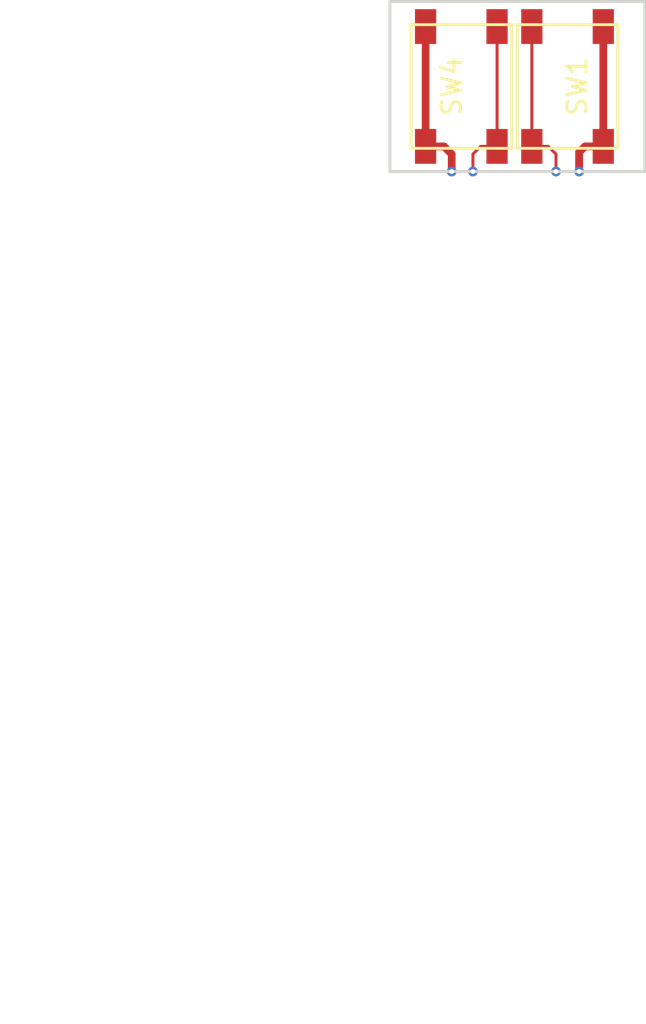
<source format=kicad_pcb>
(kicad_pcb (version 20171130) (host pcbnew "(5.0.2)-1")

  (general
    (thickness 1.6)
    (drawings 4)
    (tracks 27)
    (zones 0)
    (modules 3)
    (nets 4)
  )

  (page A4)
  (layers
    (0 Top signal)
    (31 Bottom signal)
    (32 B.Adhes user)
    (33 F.Adhes user)
    (34 B.Paste user)
    (35 F.Paste user)
    (36 B.SilkS user)
    (37 F.SilkS user)
    (38 B.Mask user)
    (39 F.Mask user)
    (40 Dwgs.User user)
    (41 Cmts.User user)
    (42 Eco1.User user)
    (43 Eco2.User user)
    (44 Edge.Cuts user)
    (45 Margin user)
    (46 B.CrtYd user)
    (47 F.CrtYd user)
    (48 B.Fab user)
    (49 F.Fab user)
  )

  (setup
    (last_trace_width 0.127)
    (trace_clearance 0.1524)
    (zone_clearance 0.508)
    (zone_45_only no)
    (trace_min 0.127)
    (segment_width 0.2)
    (edge_width 0.2)
    (via_size 0.508)
    (via_drill 0.254)
    (via_min_size 0.4)
    (via_min_drill 0.254)
    (uvia_size 0.3)
    (uvia_drill 0.1)
    (uvias_allowed no)
    (uvia_min_size 0.2)
    (uvia_min_drill 0.1)
    (pcb_text_width 0.3)
    (pcb_text_size 1.5 1.5)
    (mod_edge_width 0.15)
    (mod_text_size 1 1)
    (mod_text_width 0.15)
    (pad_size 1.524 1.524)
    (pad_drill 0.762)
    (pad_to_mask_clearance 0.051)
    (solder_mask_min_width 0.25)
    (aux_axis_origin 0 0)
    (visible_elements 7FFFFFFF)
    (pcbplotparams
      (layerselection 0x010fc_ffffffff)
      (usegerberextensions false)
      (usegerberattributes false)
      (usegerberadvancedattributes false)
      (creategerberjobfile false)
      (excludeedgelayer true)
      (linewidth 0.100000)
      (plotframeref false)
      (viasonmask false)
      (mode 1)
      (useauxorigin false)
      (hpglpennumber 1)
      (hpglpenspeed 20)
      (hpglpendiameter 15.000000)
      (psnegative false)
      (psa4output false)
      (plotreference true)
      (plotvalue true)
      (plotinvisibletext false)
      (padsonsilk false)
      (subtractmaskfromsilk false)
      (outputformat 1)
      (mirror false)
      (drillshape 1)
      (scaleselection 1)
      (outputdirectory ""))
  )

  (net 0 "")
  (net 1 VCC)
  (net 2 /PB4)
  (net 3 /PB1)

  (net_class Default "This is the default net class."
    (clearance 0.1524)
    (trace_width 0.127)
    (via_dia 0.508)
    (via_drill 0.254)
    (uvia_dia 0.3)
    (uvia_drill 0.1)
    (add_net /PB1)
    (add_net /PB4)
    (add_net VCC)
  )

  (module ringRemote:DUMMY (layer Top) (tedit 0) (tstamp 5C46A348)
    (at 135.4011 126.9036)
    (descr "<h3>Dummy Footprint</h3>\n<p>NOTHING HERE!!! For when you want a symbol with no package as an option against symbols with a package.</p>\n\n<p>Devices using:\n<ul><li>BADGERHACK_LOGO</li>\n<li>FRAME-LETTER</li></ul></p>")
    (path /CC96BE83)
    (fp_text reference FRAME1 (at 0 0) (layer F.SilkS) hide
      (effects (font (size 1.27 1.27) (thickness 0.15)))
    )
    (fp_text value FRAME-LETTERNO_PACKAGE (at 0 0) (layer F.SilkS) hide
      (effects (font (size 1.27 1.27) (thickness 0.15)))
    )
  )

  (module "ringRemote:RS-187R05A2-DS MT RT" (layer Top) (tedit 5C47F931) (tstamp 5C55A2A6)
    (at 151.6 79.4 90)
    (path /5C49EA71)
    (fp_text reference SW1 (at 0 0.5 90) (layer F.SilkS)
      (effects (font (size 1 1) (thickness 0.15)))
    )
    (fp_text value SW_SPST_0 (at 0 -0.5 90) (layer F.Fab)
      (effects (font (size 1 1) (thickness 0.15)))
    )
    (fp_line (start -3.2 2.6) (end -3.2 -2.6) (layer F.SilkS) (width 0.15))
    (fp_line (start 3.2 2.6) (end -3.2 2.6) (layer F.SilkS) (width 0.15))
    (fp_line (start 3.2 -2.6) (end 3.2 2.6) (layer F.SilkS) (width 0.15))
    (fp_line (start -3.2 -2.6) (end 3.2 -2.6) (layer F.SilkS) (width 0.15))
    (pad 4 smd rect (at -3.1 1.85 90) (size 1.8 1.1) (layers Top F.Paste F.Mask)
      (net 1 VCC))
    (pad 3 smd rect (at 3.1 1.85 90) (size 1.8 1.1) (layers Top F.Paste F.Mask)
      (net 1 VCC))
    (pad 2 smd rect (at 3.1 -1.85 90) (size 1.8 1.1) (layers Top F.Paste F.Mask)
      (net 3 /PB1))
    (pad 1 smd rect (at -3.1 -1.85 90) (size 1.8 1.1) (layers Top F.Paste F.Mask)
      (net 3 /PB1))
  )

  (module "ringRemote:RS-187R05A2-DS MT RT" (layer Top) (tedit 5C47F931) (tstamp 5C55A580)
    (at 146.1 79.4 270)
    (path /5C4FC4D2)
    (fp_text reference SW4 (at 0 0.5 270) (layer F.SilkS)
      (effects (font (size 1 1) (thickness 0.15)))
    )
    (fp_text value SW_SPST_0 (at 0 -0.5 270) (layer F.Fab)
      (effects (font (size 1 1) (thickness 0.15)))
    )
    (fp_line (start -3.2 -2.6) (end 3.2 -2.6) (layer F.SilkS) (width 0.15))
    (fp_line (start 3.2 -2.6) (end 3.2 2.6) (layer F.SilkS) (width 0.15))
    (fp_line (start 3.2 2.6) (end -3.2 2.6) (layer F.SilkS) (width 0.15))
    (fp_line (start -3.2 2.6) (end -3.2 -2.6) (layer F.SilkS) (width 0.15))
    (pad 1 smd rect (at -3.1 -1.85 270) (size 1.8 1.1) (layers Top F.Paste F.Mask)
      (net 2 /PB4))
    (pad 2 smd rect (at 3.1 -1.85 270) (size 1.8 1.1) (layers Top F.Paste F.Mask)
      (net 2 /PB4))
    (pad 3 smd rect (at 3.1 1.85 270) (size 1.8 1.1) (layers Top F.Paste F.Mask)
      (net 1 VCC))
    (pad 4 smd rect (at -3.1 1.85 270) (size 1.8 1.1) (layers Top F.Paste F.Mask)
      (net 1 VCC))
  )

  (gr_line (start 155.6 83.8) (end 155.6 75) (layer Edge.Cuts) (width 0.15))
  (gr_line (start 142.4 75) (end 155.6 75) (layer Edge.Cuts) (width 0.15))
  (gr_line (start 142.4 83.8) (end 142.4 75) (layer Edge.Cuts) (width 0.15))
  (gr_line (start 142.4 83.8) (end 155.6 83.8) (layer Edge.Cuts) (width 0.15))

  (segment (start 153.45 81.6) (end 153.45 76.7) (width 0.4) (layer Top) (net 1))
  (segment (start 153.45 82.9) (end 153.45 81.6) (width 0.4) (layer Top) (net 1))
  (segment (start 144.25 76.7) (end 144.25 82.9) (width 0.4) (layer Top) (net 1))
  (via (at 145.6 83.8) (size 0.508) (drill 0.254) (layers Top Bottom) (net 1))
  (via (at 152.2 83.8) (size 0.508) (drill 0.254) (layers Top Bottom) (net 1))
  (segment (start 145.2 82.5) (end 144.25 82.5) (width 0.4) (layer Top) (net 1))
  (segment (start 145.6 82.9) (end 145.2 82.5) (width 0.4) (layer Top) (net 1))
  (segment (start 152.5 82.5) (end 153.45 82.5) (width 0.4) (layer Top) (net 1))
  (segment (start 152.2 82.8) (end 152.5 82.5) (width 0.4) (layer Top) (net 1))
  (segment (start 152.2 83.6) (end 152.2 82.8) (width 0.4) (layer Top) (net 1))
  (segment (start 152.2 83.6) (end 152.2 83.2) (width 0.4) (layer Top) (net 1))
  (segment (start 145.6 82.9) (end 145.6 83.8) (width 0.4) (layer Top) (net 1))
  (segment (start 152.2 82.8) (end 152.2 83.8) (width 0.4) (layer Top) (net 1))
  (segment (start 147.95 81.8476) (end 147.95 76.7) (width 0.1524) (layer Top) (net 2))
  (segment (start 147.95 82.9) (end 147.95 81.8476) (width 0.1524) (layer Top) (net 2))
  (segment (start 147.95 83.25) (end 147.95 82.9) (width 0.1524) (layer Top) (net 2))
  (via (at 146.7 83.8) (size 0.508) (drill 0.254) (layers Top Bottom) (net 2))
  (segment (start 147.1 82.5) (end 147.95 82.5) (width 0.1524) (layer Top) (net 2))
  (segment (start 146.7 82.9) (end 147.1 82.5) (width 0.1524) (layer Top) (net 2))
  (segment (start 146.7 82.9) (end 146.7 83.8) (width 0.1524) (layer Top) (net 2))
  (segment (start 149.75 83.25) (end 149.75 82.9) (width 0.1524) (layer Top) (net 3))
  (segment (start 149.75 81.8476) (end 149.75 76.7) (width 0.1524) (layer Top) (net 3))
  (segment (start 149.75 82.9) (end 149.75 81.8476) (width 0.1524) (layer Top) (net 3))
  (via (at 151 83.8) (size 0.508) (drill 0.254) (layers Top Bottom) (net 3))
  (segment (start 151 82.9) (end 150.6 82.5) (width 0.1524) (layer Top) (net 3))
  (segment (start 150.6 82.5) (end 149.75 82.5) (width 0.1524) (layer Top) (net 3))
  (segment (start 151 82.9) (end 151 83.8) (width 0.1524) (layer Top) (net 3))

)

</source>
